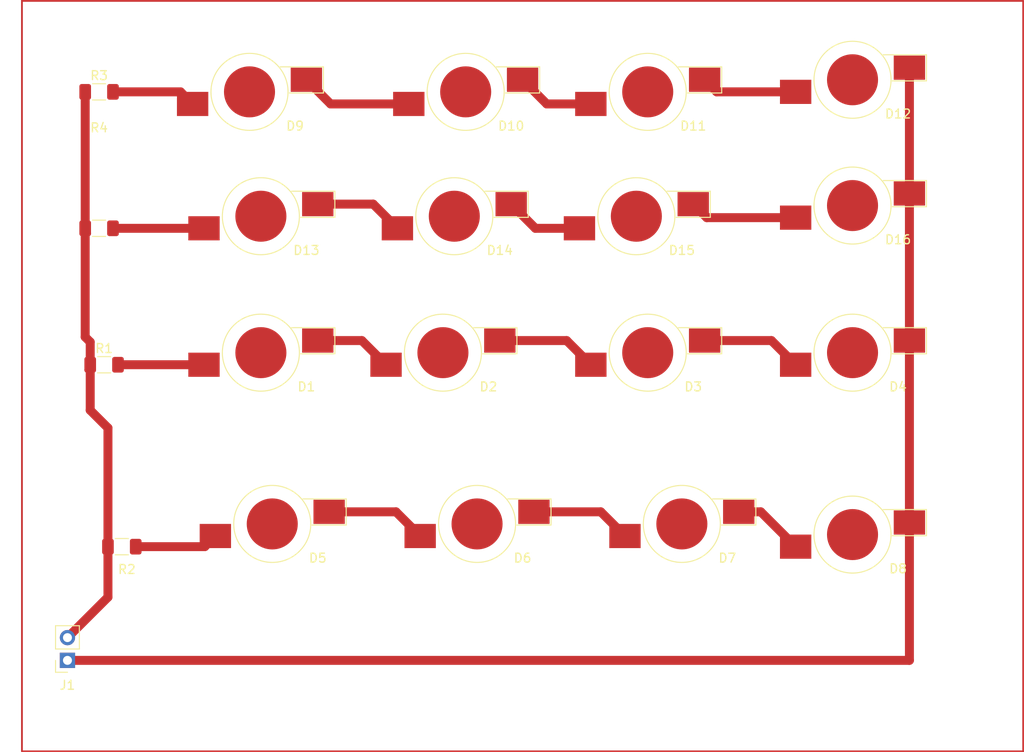
<source format=kicad_pcb>
(kicad_pcb (version 20240108) (generator "pcbnew") (generator_version "8.0")
  (layers (0 "F.Cu" signal) (31 "B.Cu" signal) (34 "B.Paste" user) (35 "F.Paste" user) (36 "B.SilkS" user "B.Silkscreen") (37 "F.SilkS" user "F.Silkscreen") (38 "B.Mask" user) (39 "F.Mask" user) (44 "Edge.Cuts" user))
  (net 0 "")
  (net 1 "Net-(D1-A)")
  (net 2 "Net-(D1-K)")
  (net 3 "Net-(D2-K)")
  (net 4 "Net-(D3-K)")
  (net 5 "GND")
  (net 6 "Net-(D5-K)")
  (net 7 "Net-(D5-A)")
  (net 8 "Net-(D6-K)")
  (net 9 "Net-(D7-K)")
  (net 10 "Net-(D10-A)")
  (net 11 "Net-(D9-A)")
  (net 12 "Net-(D10-K)")
  (net 13 "Net-(D11-K)")
  (net 14 "Net-(D13-A)")
  (net 15 "Net-(D13-K)")
  (net 16 "Net-(D14-K)")
  (net 17 "Net-(D15-K)")
  (net 18 "Net-(J1-Pin_2)")
  (footprint "LED_SMD:LED_1W_3W_R8" (layer "F.Cu") (at 135.89 36.75 180)
    (property "Reference" "D12" (at -5.08 -3.81 360) (layer "F.SilkS"))
    (property "Value" "LED")
    (fp_line (start -4.445 -0.127) (end -8.255 -0.127) (stroke (width 0.12)) (layer "F.SilkS"))
    (fp_line (start -8.255 2.794) (end -3.429 2.794) (stroke (width 0.12)) (layer "F.SilkS"))
    (fp_line (start -8.255 -0.127) (end -8.255 2.794) (stroke (width 0.12)) (layer "F.SilkS"))
    (fp_circle (center 0 0) (end -4.3 0) (stroke (width 0.12)) (fill none) (layer "F.SilkS"))
    (pad "1" smd rect (at -6.35 1.35 180) (size 3.5 2.7) (layers "F.Cu" "F.Paste" "F.Mask") (net 5 "GND"))
    (pad "2" smd rect (at 6.35 -1.35 180) (size 3.5 2.7) (layers "F.Cu" "F.Paste" "F.Mask") (net 13 "Net-(D11-K)"))
    (pad "3" smd circle (at 0 0 180) (size 5.7 5.7) (layers "F.Cu" "F.Paste" "F.Mask"))
  )
  (footprint "LED_SMD:LED_1W_3W_R8" (layer "F.Cu") (at 69.85 67.23 180)
    (property "Reference" "D1" (at -5.08 -3.81 360) (layer "F.SilkS"))
    (property "Value" "LED")
    (fp_line (start -4.445 -0.127) (end -8.255 -0.127) (stroke (width 0.12)) (layer "F.SilkS"))
    (fp_line (start -8.255 2.794) (end -3.429 2.794) (stroke (width 0.12)) (layer "F.SilkS"))
    (fp_line (start -8.255 -0.127) (end -8.255 2.794) (stroke (width 0.12)) (layer "F.SilkS"))
    (fp_circle (center 0 0) (end -4.3 0) (stroke (width 0.12)) (fill none) (layer "F.SilkS"))
    (pad "1" smd rect (at -6.35 1.35 180) (size 3.5 2.7) (layers "F.Cu" "F.Paste" "F.Mask") (net 2 "Net-(D1-K)"))
    (pad "2" smd rect (at 6.35 -1.35 180) (size 3.5 2.7) (layers "F.Cu" "F.Paste" "F.Mask") (net 1 "Net-(D1-A)"))
    (pad "3" smd circle (at 0 0 180) (size 5.7 5.7) (layers "F.Cu" "F.Paste" "F.Mask"))
  )
  (footprint "Resistor_SMD:R_1206_3216Metric_Pad1.30x1.75mm_HandSolder" (layer "F.Cu") (at 51.79 53.34)
    (property "Reference" "R4" (at 0 -11.23 0) (layer "F.SilkS"))
    (property "Value" "R")
    (fp_line (start -0.727064 -0.91) (end 0.727064 -0.91) (stroke (width 0.12)) (layer "F.SilkS"))
    (fp_line (start -0.727064 0.91) (end 0.727064 0.91) (stroke (width 0.12)) (layer "F.SilkS"))
    (pad "1" smd roundrect (at -1.55 0) (size 1.3 1.75) (layers "F.Cu" "F.Paste" "F.Mask") (roundrect_rratio 0.192308) (net 18 "Net-(J1-Pin_2)"))
    (pad "2" smd roundrect (at 1.55 0) (size 1.3 1.75) (layers "F.Cu" "F.Paste" "F.Mask") (roundrect_rratio 0.192308) (net 14 "Net-(D13-A)"))
  )
  (footprint "LED_SMD:LED_1W_3W_R8" (layer "F.Cu") (at 113.03 38.1 180)
    (property "Reference" "D11" (at -5.08 -3.81 360) (layer "F.SilkS"))
    (property "Value" "LED")
    (fp_line (start -4.445 -0.127) (end -8.255 -0.127) (stroke (width 0.12)) (layer "F.SilkS"))
    (fp_line (start -8.255 2.794) (end -3.429 2.794) (stroke (width 0.12)) (layer "F.SilkS"))
    (fp_line (start -8.255 -0.127) (end -8.255 2.794) (stroke (width 0.12)) (layer "F.SilkS"))
    (fp_circle (center 0 0) (end -4.3 0) (stroke (width 0.12)) (fill none) (layer "F.SilkS"))
    (pad "1" smd rect (at -6.35 1.35 180) (size 3.5 2.7) (layers "F.Cu" "F.Paste" "F.Mask") (net 13 "Net-(D11-K)"))
    (pad "2" smd rect (at 6.35 -1.35 180) (size 3.5 2.7) (layers "F.Cu" "F.Paste" "F.Mask") (net 12 "Net-(D10-K)"))
    (pad "3" smd circle (at 0 0 180) (size 5.7 5.7) (layers "F.Cu" "F.Paste" "F.Mask"))
  )
  (footprint "LED_SMD:LED_1W_3W_R8" (layer "F.Cu") (at 91.44 51.99 180)
    (property "Reference" "D14" (at -5.08 -3.81 360) (layer "F.SilkS"))
    (property "Value" "LED")
    (fp_line (start -4.445 -0.127) (end -8.255 -0.127) (stroke (width 0.12)) (layer "F.SilkS"))
    (fp_line (start -8.255 2.794) (end -3.429 2.794) (stroke (width 0.12)) (layer "F.SilkS"))
    (fp_line (start -8.255 -0.127) (end -8.255 2.794) (stroke (width 0.12)) (layer "F.SilkS"))
    (fp_circle (center 0 0) (end -4.3 0) (stroke (width 0.12)) (fill none) (layer "F.SilkS"))
    (pad "1" smd rect (at -6.35 1.35 180) (size 3.5 2.7) (layers "F.Cu" "F.Paste" "F.Mask") (net 16 "Net-(D14-K)"))
    (pad "2" smd rect (at 6.35 -1.35 180) (size 3.5 2.7) (layers "F.Cu" "F.Paste" "F.Mask") (net 15 "Net-(D13-K)"))
    (pad "3" smd circle (at 0 0 180) (size 5.7 5.7) (layers "F.Cu" "F.Paste" "F.Mask"))
  )
  (footprint "LED_SMD:LED_1W_3W_R8" (layer "F.Cu") (at 111.76 51.99 180)
    (property "Reference" "D15" (at -5.08 -3.81 360) (layer "F.SilkS"))
    (property "Value" "LED")
    (fp_line (start -4.445 -0.127) (end -8.255 -0.127) (stroke (width 0.12)) (layer "F.SilkS"))
    (fp_line (start -8.255 2.794) (end -3.429 2.794) (stroke (width 0.12)) (layer "F.SilkS"))
    (fp_line (start -8.255 -0.127) (end -8.255 2.794) (stroke (width 0.12)) (layer "F.SilkS"))
    (fp_circle (center 0 0) (end -4.3 0) (stroke (width 0.12)) (fill none) (layer "F.SilkS"))
    (pad "1" smd rect (at -6.35 1.35 180) (size 3.5 2.7) (layers "F.Cu" "F.Paste" "F.Mask") (net 17 "Net-(D15-K)"))
    (pad "2" smd rect (at 6.35 -1.35 180) (size 3.5 2.7) (layers "F.Cu" "F.Paste" "F.Mask") (net 16 "Net-(D14-K)"))
    (pad "3" smd circle (at 0 0 180) (size 5.7 5.7) (layers "F.Cu" "F.Paste" "F.Mask"))
  )
  (footprint "Resistor_SMD:R_1206_3216Metric_Pad1.30x1.75mm_HandSolder" (layer "F.Cu") (at 52.35 68.58)
    (property "Reference" "R1" (at 0 -1.82 0) (layer "F.SilkS"))
    (property "Value" "R")
    (fp_line (start -0.727064 -0.91) (end 0.727064 -0.91) (stroke (width 0.12)) (layer "F.SilkS"))
    (fp_line (start -0.727064 0.91) (end 0.727064 0.91) (stroke (width 0.12)) (layer "F.SilkS"))
    (pad "1" smd roundrect (at -1.55 0) (size 1.3 1.75) (layers "F.Cu" "F.Paste" "F.Mask") (roundrect_rratio 0.192308) (net 18 "Net-(J1-Pin_2)"))
    (pad "2" smd roundrect (at 1.55 0) (size 1.3 1.75) (layers "F.Cu" "F.Paste" "F.Mask") (roundrect_rratio 0.192308) (net 1 "Net-(D1-A)"))
  )
  (footprint "LED_SMD:LED_1W_3W_R8" (layer "F.Cu") (at 92.71 38.1 180)
    (property "Reference" "D10" (at -5.08 -3.81 360) (layer "F.SilkS"))
    (property "Value" "LED")
    (fp_line (start -4.445 -0.127) (end -8.255 -0.127) (stroke (width 0.12)) (layer "F.SilkS"))
    (fp_line (start -8.255 2.794) (end -3.429 2.794) (stroke (width 0.12)) (layer "F.SilkS"))
    (fp_line (start -8.255 -0.127) (end -8.255 2.794) (stroke (width 0.12)) (layer "F.SilkS"))
    (fp_circle (center 0 0) (end -4.3 0) (stroke (width 0.12)) (fill none) (layer "F.SilkS"))
    (pad "1" smd rect (at -6.35 1.35 180) (size 3.5 2.7) (layers "F.Cu" "F.Paste" "F.Mask") (net 12 "Net-(D10-K)"))
    (pad "2" smd rect (at 6.35 -1.35 180) (size 3.5 2.7) (layers "F.Cu" "F.Paste" "F.Mask") (net 10 "Net-(D10-A)"))
    (pad "3" smd circle (at 0 0 180) (size 5.7 5.7) (layers "F.Cu" "F.Paste" "F.Mask"))
  )
  (footprint "LED_SMD:LED_1W_3W_R8" (layer "F.Cu") (at 71.12 86.36 180)
    (property "Reference" "D5" (at -5.08 -3.81 360) (layer "F.SilkS"))
    (property "Value" "LED")
    (fp_line (start -4.445 -0.127) (end -8.255 -0.127) (stroke (width 0.12)) (layer "F.SilkS"))
    (fp_line (start -8.255 2.794) (end -3.429 2.794) (stroke (width 0.12)) (layer "F.SilkS"))
    (fp_line (start -8.255 -0.127) (end -8.255 2.794) (stroke (width 0.12)) (layer "F.SilkS"))
    (fp_circle (center 0 0) (end -4.3 0) (stroke (width 0.12)) (fill none) (layer "F.SilkS"))
    (pad "1" smd rect (at -6.35 1.35 180) (size 3.5 2.7) (layers "F.Cu" "F.Paste" "F.Mask") (net 6 "Net-(D5-K)"))
    (pad "2" smd rect (at 6.35 -1.35 180) (size 3.5 2.7) (layers "F.Cu" "F.Paste" "F.Mask") (net 7 "Net-(D5-A)"))
    (pad "3" smd circle (at 0 0 180) (size 5.7 5.7) (layers "F.Cu" "F.Paste" "F.Mask"))
  )
  (footprint "LED_SMD:LED_1W_3W_R8" (layer "F.Cu") (at 90.17 67.23 180)
    (property "Reference" "D2" (at -5.08 -3.81 360) (layer "F.SilkS"))
    (property "Value" "LED")
    (fp_line (start -4.445 -0.127) (end -8.255 -0.127) (stroke (width 0.12)) (layer "F.SilkS"))
    (fp_line (start -8.255 2.794) (end -3.429 2.794) (stroke (width 0.12)) (layer "F.SilkS"))
    (fp_line (start -8.255 -0.127) (end -8.255 2.794) (stroke (width 0.12)) (layer "F.SilkS"))
    (fp_circle (center 0 0) (end -4.3 0) (stroke (width 0.12)) (fill none) (layer "F.SilkS"))
    (pad "1" smd rect (at -6.35 1.35 180) (size 3.5 2.7) (layers "F.Cu" "F.Paste" "F.Mask") (net 3 "Net-(D2-K)"))
    (pad "2" smd rect (at 6.35 -1.35 180) (size 3.5 2.7) (layers "F.Cu" "F.Paste" "F.Mask") (net 2 "Net-(D1-K)"))
    (pad "3" smd circle (at 0 0 180) (size 5.7 5.7) (layers "F.Cu" "F.Paste" "F.Mask"))
  )
  (footprint "Resistor_SMD:R_1206_3216Metric_Pad1.30x1.75mm_HandSolder" (layer "F.Cu") (at 54.33 88.9)
    (property "Reference" "R2" (at 0.56 2.54 0) (layer "F.SilkS"))
    (property "Value" "R")
    (fp_line (start -0.727064 -0.91) (end 0.727064 -0.91) (stroke (width 0.12)) (layer "F.SilkS"))
    (fp_line (start -0.727064 0.91) (end 0.727064 0.91) (stroke (width 0.12)) (layer "F.SilkS"))
    (pad "1" smd roundrect (at -1.55 0) (size 1.3 1.75) (layers "F.Cu" "F.Paste" "F.Mask") (roundrect_rratio 0.192308) (net 18 "Net-(J1-Pin_2)"))
    (pad "2" smd roundrect (at 1.55 0) (size 1.3 1.75) (layers "F.Cu" "F.Paste" "F.Mask") (roundrect_rratio 0.192308) (net 7 "Net-(D5-A)"))
  )
  (footprint "LED_SMD:LED_1W_3W_R8" (layer "F.Cu") (at 135.89 87.55 180)
    (property "Reference" "D8" (at -5.08 -3.81 360) (layer "F.SilkS"))
    (property "Value" "LED")
    (fp_line (start -4.445 -0.127) (end -8.255 -0.127) (stroke (width 0.12)) (layer "F.SilkS"))
    (fp_line (start -8.255 2.794) (end -3.429 2.794) (stroke (width 0.12)) (layer "F.SilkS"))
    (fp_line (start -8.255 -0.127) (end -8.255 2.794) (stroke (width 0.12)) (layer "F.SilkS"))
    (fp_circle (center 0 0) (end -4.3 0) (stroke (width 0.12)) (fill none) (layer "F.SilkS"))
    (pad "1" smd rect (at -6.35 1.35 180) (size 3.5 2.7) (layers "F.Cu" "F.Paste" "F.Mask") (net 5 "GND"))
    (pad "2" smd rect (at 6.35 -1.35 180) (size 3.5 2.7) (layers "F.Cu" "F.Paste" "F.Mask") (net 9 "Net-(D7-K)"))
    (pad "3" smd circle (at 0 0 180) (size 5.7 5.7) (layers "F.Cu" "F.Paste" "F.Mask"))
  )
  (footprint "LED_SMD:LED_1W_3W_R8" (layer "F.Cu") (at 113.03 67.23 180)
    (property "Reference" "D3" (at -5.08 -3.81 360) (layer "F.SilkS"))
    (property "Value" "LED")
    (fp_line (start -4.445 -0.127) (end -8.255 -0.127) (stroke (width 0.12)) (layer "F.SilkS"))
    (fp_line (start -8.255 2.794) (end -3.429 2.794) (stroke (width 0.12)) (layer "F.SilkS"))
    (fp_line (start -8.255 -0.127) (end -8.255 2.794) (stroke (width 0.12)) (layer "F.SilkS"))
    (fp_circle (center 0 0) (end -4.3 0) (stroke (width 0.12)) (fill none) (layer "F.SilkS"))
    (pad "1" smd rect (at -6.35 1.35 180) (size 3.5 2.7) (layers "F.Cu" "F.Paste" "F.Mask") (net 4 "Net-(D3-K)"))
    (pad "2" smd rect (at 6.35 -1.35 180) (size 3.5 2.7) (layers "F.Cu" "F.Paste" "F.Mask") (net 3 "Net-(D2-K)"))
    (pad "3" smd circle (at 0 0 180) (size 5.7 5.7) (layers "F.Cu" "F.Paste" "F.Mask"))
  )
  (footprint "Connector_PinSocket_2.54mm:PinSocket_1x02_P2.54mm_Vertical" (layer "F.Cu") (at 48.26 101.6 180)
    (property "Reference" "J1" (at 0 -2.77 360) (layer "F.SilkS"))
    (property "Value" "Conn_01x02_Socket")
    (fp_line (start 1.33 1.27) (end 1.33 3.87) (stroke (width 0.12)) (layer "F.SilkS"))
    (fp_line (start 1.33 -1.33) (end 1.33 0) (stroke (width 0.12)) (layer "F.SilkS"))
    (fp_line (start 0 -1.33) (end 1.33 -1.33) (stroke (width 0.12)) (layer "F.SilkS"))
    (fp_line (start -1.33 3.87) (end 1.33 3.87) (stroke (width 0.12)) (layer "F.SilkS"))
    (fp_line (start -1.33 1.27) (end 1.33 1.27) (stroke (width 0.12)) (layer "F.SilkS"))
    (fp_line (start -1.33 1.27) (end -1.33 3.87) (stroke (width 0.12)) (layer "F.SilkS"))
    (pad "1" thru_hole rect (at 0 0 180) (size 1.7 1.7) (drill 1) (layers "*.Cu" "*.Mask") (net 5 "GND"))
    (pad "2" thru_hole oval (at 0 2.54 180) (size 1.7 1.7) (drill 1) (layers "*.Cu" "*.Mask") (net 18 "Net-(J1-Pin_2)"))
  )
  (footprint "Resistor_SMD:R_1206_3216Metric_Pad1.30x1.75mm_HandSolder" (layer "F.Cu") (at 51.79 38.1)
    (property "Reference" "R3" (at 0 -1.82 0) (layer "F.SilkS"))
    (property "Value" "R")
    (fp_line (start -0.727064 -0.91) (end 0.727064 -0.91) (stroke (width 0.12)) (layer "F.SilkS"))
    (fp_line (start -0.727064 0.91) (end 0.727064 0.91) (stroke (width 0.12)) (layer "F.SilkS"))
    (pad "1" smd roundrect (at -1.55 0) (size 1.3 1.75) (layers "F.Cu" "F.Paste" "F.Mask") (roundrect_rratio 0.192308) (net 18 "Net-(J1-Pin_2)"))
    (pad "2" smd roundrect (at 1.55 0) (size 1.3 1.75) (layers "F.Cu" "F.Paste" "F.Mask") (roundrect_rratio 0.192308) (net 11 "Net-(D9-A)"))
  )
  (footprint "LED_SMD:LED_1W_3W_R8" (layer "F.Cu") (at 69.85 51.99 180)
    (property "Reference" "D13" (at -5.08 -3.81 360) (layer "F.SilkS"))
    (property "Value" "LED")
    (fp_line (start -4.445 -0.127) (end -8.255 -0.127) (stroke (width 0.12)) (layer "F.SilkS"))
    (fp_line (start -8.255 2.794) (end -3.429 2.794) (stroke (width 0.12)) (layer "F.SilkS"))
    (fp_line (start -8.255 -0.127) (end -8.255 2.794) (stroke (width 0.12)) (layer "F.SilkS"))
    (fp_circle (center 0 0) (end -4.3 0) (stroke (width 0.12)) (fill none) (layer "F.SilkS"))
    (pad "1" smd rect (at -6.35 1.35 180) (size 3.5 2.7) (layers "F.Cu" "F.Paste" "F.Mask") (net 15 "Net-(D13-K)"))
    (pad "2" smd rect (at 6.35 -1.35 180) (size 3.5 2.7) (layers "F.Cu" "F.Paste" "F.Mask") (net 14 "Net-(D13-A)"))
    (pad "3" smd circle (at 0 0 180) (size 5.7 5.7) (layers "F.Cu" "F.Paste" "F.Mask"))
  )
  (footprint "LED_SMD:LED_1W_3W_R8" (layer "F.Cu") (at 135.89 50.8 180)
    (property "Reference" "D16" (at -5.08 -3.81 360) (layer "F.SilkS"))
    (property "Value" "LED")
    (fp_line (start -4.445 -0.127) (end -8.255 -0.127) (stroke (width 0.12)) (layer "F.SilkS"))
    (fp_line (start -8.255 2.794) (end -3.429 2.794) (stroke (width 0.12)) (layer "F.SilkS"))
    (fp_line (start -8.255 -0.127) (end -8.255 2.794) (stroke (width 0.12)) (layer "F.SilkS"))
    (fp_circle (center 0 0) (end -4.3 0) (stroke (width 0.12)) (fill none) (layer "F.SilkS"))
    (pad "1" smd rect (at -6.35 1.35 180) (size 3.5 2.7) (layers "F.Cu" "F.Paste" "F.Mask") (net 5 "GND"))
    (pad "2" smd rect (at 6.35 -1.35 180) (size 3.5 2.7) (layers "F.Cu" "F.Paste" "F.Mask") (net 17 "Net-(D15-K)"))
    (pad "3" smd circle (at 0 0 180) (size 5.7 5.7) (layers "F.Cu" "F.Paste" "F.Mask"))
  )
  (footprint "LED_SMD:LED_1W_3W_R8" (layer "F.Cu") (at 135.89 67.23 180)
    (property "Reference" "D4" (at -5.08 -3.81 360) (layer "F.SilkS"))
    (property "Value" "LED")
    (fp_line (start -4.445 -0.127) (end -8.255 -0.127) (stroke (width 0.12)) (layer "F.SilkS"))
    (fp_line (start -8.255 2.794) (end -3.429 2.794) (stroke (width 0.12)) (layer "F.SilkS"))
    (fp_line (start -8.255 -0.127) (end -8.255 2.794) (stroke (width 0.12)) (layer "F.SilkS"))
    (fp_circle (center 0 0) (end -4.3 0) (stroke (width 0.12)) (fill none) (layer "F.SilkS"))
    (pad "1" smd rect (at -6.35 1.35 180) (size 3.5 2.7) (layers "F.Cu" "F.Paste" "F.Mask") (net 5 "GND"))
    (pad "2" smd rect (at 6.35 -1.35 180) (size 3.5 2.7) (layers "F.Cu" "F.Paste" "F.Mask") (net 4 "Net-(D3-K)"))
    (pad "3" smd circle (at 0 0 180) (size 5.7 5.7) (layers "F.Cu" "F.Paste" "F.Mask"))
  )
  (footprint "LED_SMD:LED_1W_3W_R8" (layer "F.Cu") (at 93.98 86.36 180)
    (property "Reference" "D6" (at -5.08 -3.81 360) (layer "F.SilkS"))
    (property "Value" "LED")
    (fp_line (start -4.445 -0.127) (end -8.255 -0.127) (stroke (width 0.12)) (layer "F.SilkS"))
    (fp_line (start -8.255 2.794) (end -3.429 2.794) (stroke (width 0.12)) (layer "F.SilkS"))
    (fp_line (start -8.255 -0.127) (end -8.255 2.794) (stroke (width 0.12)) (layer "F.SilkS"))
    (fp_circle (center 0 0) (end -4.3 0) (stroke (width 0.12)) (fill none) (layer "F.SilkS"))
    (pad "1" smd rect (at -6.35 1.35 180) (size 3.5 2.7) (layers "F.Cu" "F.Paste" "F.Mask") (net 8 "Net-(D6-K)"))
    (pad "2" smd rect (at 6.35 -1.35 180) (size 3.5 2.7) (layers "F.Cu" "F.Paste" "F.Mask") (net 6 "Net-(D5-K)"))
    (pad "3" smd circle (at 0 0 180) (size 5.7 5.7) (layers "F.Cu" "F.Paste" "F.Mask"))
  )
  (footprint "LED_SMD:LED_1W_3W_R8" (layer "F.Cu") (at 116.84 86.36 180)
    (property "Reference" "D7" (at -5.08 -3.81 360) (layer "F.SilkS"))
    (property "Value" "LED")
    (fp_line (start -4.445 -0.127) (end -8.255 -0.127) (stroke (width 0.12)) (layer "F.SilkS"))
    (fp_line (start -8.255 2.794) (end -3.429 2.794) (stroke (width 0.12)) (layer "F.SilkS"))
    (fp_line (start -8.255 -0.127) (end -8.255 2.794) (stroke (width 0.12)) (layer "F.SilkS"))
    (fp_circle (center 0 0) (end -4.3 0) (stroke (width 0.12)) (fill none) (layer "F.SilkS"))
    (pad "1" smd rect (at -6.35 1.35 180) (size 3.5 2.7) (layers "F.Cu" "F.Paste" "F.Mask") (net 9 "Net-(D7-K)"))
    (pad "2" smd rect (at 6.35 -1.35 180) (size 3.5 2.7) (layers "F.Cu" "F.Paste" "F.Mask") (net 8 "Net-(D6-K)"))
    (pad "3" smd circle (at 0 0 180) (size 5.7 5.7) (layers "F.Cu" "F.Paste" "F.Mask"))
  )
  (footprint "LED_SMD:LED_1W_3W_R8" (layer "F.Cu") (at 68.58 38.1 180)
    (property "Reference" "D9" (at -5.08 -3.81 360) (layer "F.SilkS"))
    (property "Value" "LED")
    (fp_line (start -4.445 -0.127) (end -8.255 -0.127) (stroke (width 0.12)) (layer "F.SilkS"))
    (fp_line (start -8.255 2.794) (end -3.429 2.794) (stroke (width 0.12)) (layer "F.SilkS"))
    (fp_line (start -8.255 -0.127) (end -8.255 2.794) (stroke (width 0.12)) (layer "F.SilkS"))
    (fp_circle (center 0 0) (end -4.3 0) (stroke (width 0.12)) (fill none) (layer "F.SilkS"))
    (pad "1" smd rect (at -6.35 1.35 180) (size 3.5 2.7) (layers "F.Cu" "F.Paste" "F.Mask") (net 10 "Net-(D10-A)"))
    (pad "2" smd rect (at 6.35 -1.35 180) (size 3.5 2.7) (layers "F.Cu" "F.Paste" "F.Mask") (net 11 "Net-(D9-A)"))
    (pad "3" smd circle (at 0 0 180) (size 5.7 5.7) (layers "F.Cu" "F.Paste" "F.Mask"))
  )
  (gr_rect (start 43.18 27.94) (end 154.94 111.76) (stroke (width 0.2)) (fill none) (layer "F.Cu"))
  (segment (start 53.9 68.58) (end 63.5 68.58) (width 1) (layer "F.Cu") (net 1))
  (segment (start 76.2 65.88) (end 81.12 65.88) (width 1) (layer "F.Cu") (net 2))
  (segment (start 81.12 65.88) (end 83.82 68.58) (width 1) (layer "F.Cu") (net 2))
  (segment (start 103.98 65.88) (end 106.68 68.58) (width 1) (layer "F.Cu") (net 3))
  (segment (start 96.52 65.88) (end 103.98 65.88) (width 1) (layer "F.Cu") (net 3))
  (segment (start 119.38 65.88) (end 126.84 65.88) (width 1) (layer "F.Cu") (net 4))
  (segment (start 126.84 65.88) (end 129.54 68.58) (width 1) (layer "F.Cu") (net 4))
  (segment (start 142.24 65.88) (end 142.24 86.2) (width 1) (layer "F.Cu") (net 5))
  (segment (start 142.24 65.88) (end 142.24 49.45) (width 1) (layer "F.Cu") (net 5))
  (segment (start 142.24 49.45) (end 142.24 35.4) (width 1) (layer "F.Cu") (net 5))
  (segment (start 142.24 101.6) (end 48.26 101.6) (width 1) (layer "F.Cu") (net 5))
  (segment (start 142.24 86.2) (end 142.24 101.6) (width 1) (layer "F.Cu") (net 5))
  (segment (start 84.93 85.01) (end 87.63 87.71) (width 1) (layer "F.Cu") (net 6))
  (segment (start 77.47 85.01) (end 84.93 85.01) (width 1) (layer "F.Cu") (net 6))
  (segment (start 55.88 88.9) (end 63.58 88.9) (width 1) (layer "F.Cu") (net 7))
  (segment (start 63.58 88.9) (end 64.77 87.71) (width 1) (layer "F.Cu") (net 7))
  (segment (start 107.79 85.01) (end 110.49 87.71) (width 1) (layer "F.Cu") (net 8))
  (segment (start 100.33 85.01) (end 107.79 85.01) (width 1) (layer "F.Cu") (net 8))
  (segment (start 123.19 85.01) (end 125.65 85.01) (width 1) (layer "F.Cu") (net 9))
  (segment (start 125.65 85.01) (end 129.54 88.9) (width 1) (layer "F.Cu") (net 9))
  (segment (start 86.36 39.45) (end 77.63 39.45) (width 1) (layer "F.Cu") (net 10))
  (segment (start 77.63 39.45) (end 74.93 36.75) (width 1) (layer "F.Cu") (net 10))
  (segment (start 60.88 38.1) (end 62.23 39.45) (width 1) (layer "F.Cu") (net 11))
  (segment (start 53.34 38.1) (end 60.88 38.1) (width 1) (layer "F.Cu") (net 11))
  (segment (start 106.68 39.45) (end 101.76 39.45) (width 1) (layer "F.Cu") (net 12))
  (segment (start 101.76 39.45) (end 99.06 36.75) (width 1) (layer "F.Cu") (net 12))
  (segment (start 120.73 38.1) (end 119.38 36.75) (width 1) (layer "F.Cu") (net 13))
  (segment (start 129.54 38.1) (end 120.73 38.1) (width 1) (layer "F.Cu") (net 13))
  (segment (start 53.34 53.34) (end 63.5 53.34) (width 1) (layer "F.Cu") (net 14))
  (segment (start 82.39 50.64) (end 85.09 53.34) (width 1) (layer "F.Cu") (net 15))
  (segment (start 76.2 50.64) (end 82.39 50.64) (width 1) (layer "F.Cu") (net 15))
  (segment (start 100.49 53.34) (end 97.79 50.64) (width 1) (layer "F.Cu") (net 16))
  (segment (start 105.41 53.34) (end 100.49 53.34) (width 1) (layer "F.Cu") (net 16))
  (segment (start 129.54 52.15) (end 119.62 52.15) (width 1) (layer "F.Cu") (net 17))
  (segment (start 119.62 52.15) (end 118.11 50.64) (width 1) (layer "F.Cu") (net 17))
  (segment (start 50.8 68.58) (end 50.8 66.04) (width 1) (layer "F.Cu") (net 18))
  (segment (start 50.24 65.48) (end 50.24 53.34) (width 1) (layer "F.Cu") (net 18))
  (segment (start 50.8 53.9) (end 50.24 53.34) (width 0.2) (layer "F.Cu") (net 18))
  (segment (start 48.26 99.06) (end 52.78 94.54) (width 1) (layer "F.Cu") (net 18))
  (segment (start 50.24 53.34) (end 50.24 38.1) (width 1) (layer "F.Cu") (net 18))
  (segment (start 50.24 69.14) (end 50.8 68.58) (width 0.2) (layer "F.Cu") (net 18))
  (segment (start 50.8 73.66) (end 50.8 68.58) (width 1) (layer "F.Cu") (net 18))
  (segment (start 52.78 89.46) (end 52.78 75.64) (width 1) (layer "F.Cu") (net 18))
  (segment (start 52.78 94.54) (end 52.78 89.46) (width 1) (layer "F.Cu") (net 18))
  (segment (start 52.78 75.64) (end 50.8 73.66) (width 1) (layer "F.Cu") (net 18))
  (segment (start 50.8 66.04) (end 50.24 65.48) (width 1) (layer "F.Cu") (net 18))
)
</source>
